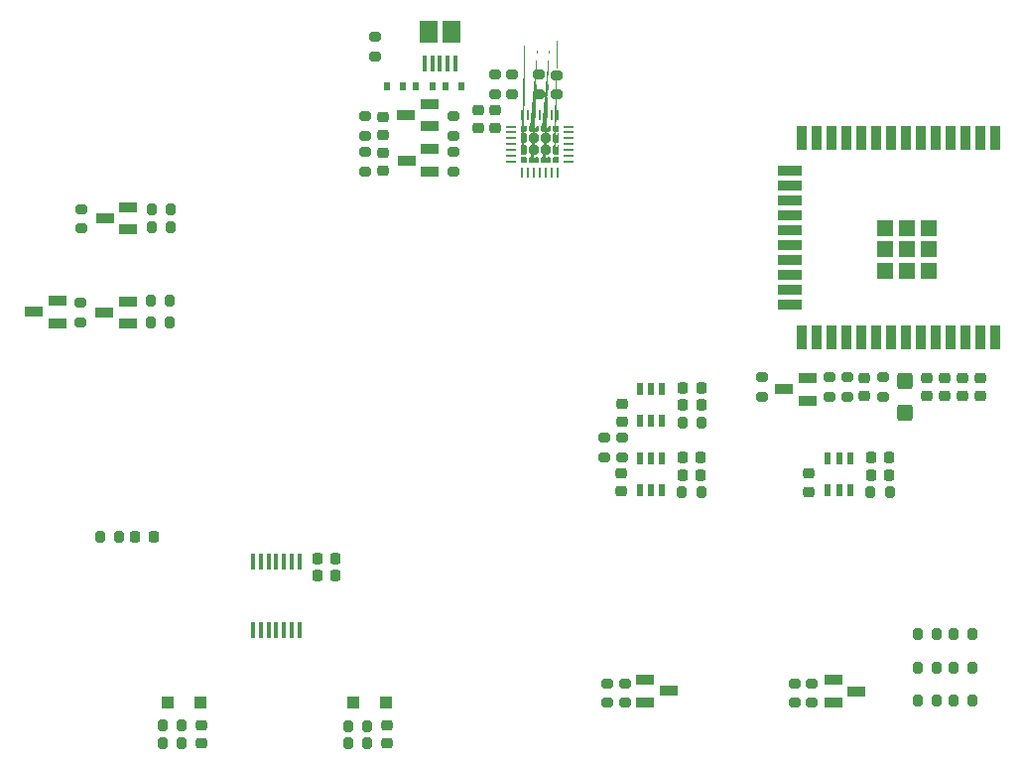
<source format=gbr>
%TF.GenerationSoftware,KiCad,Pcbnew,(6.0.10)*%
%TF.CreationDate,2023-12-11T17:02:30-05:00*%
%TF.ProjectId,Ultrasonic Sound Steering - Remote Rev. A,556c7472-6173-46f6-9e69-6320536f756e,rev?*%
%TF.SameCoordinates,Original*%
%TF.FileFunction,Paste,Bot*%
%TF.FilePolarity,Positive*%
%FSLAX46Y46*%
G04 Gerber Fmt 4.6, Leading zero omitted, Abs format (unit mm)*
G04 Created by KiCad (PCBNEW (6.0.10)) date 2023-12-11 17:02:30*
%MOMM*%
%LPD*%
G01*
G04 APERTURE LIST*
G04 Aperture macros list*
%AMRoundRect*
0 Rectangle with rounded corners*
0 $1 Rounding radius*
0 $2 $3 $4 $5 $6 $7 $8 $9 X,Y pos of 4 corners*
0 Add a 4 corners polygon primitive as box body*
4,1,4,$2,$3,$4,$5,$6,$7,$8,$9,$2,$3,0*
0 Add four circle primitives for the rounded corners*
1,1,$1+$1,$2,$3*
1,1,$1+$1,$4,$5*
1,1,$1+$1,$6,$7*
1,1,$1+$1,$8,$9*
0 Add four rect primitives between the rounded corners*
20,1,$1+$1,$2,$3,$4,$5,0*
20,1,$1+$1,$4,$5,$6,$7,0*
20,1,$1+$1,$6,$7,$8,$9,0*
20,1,$1+$1,$8,$9,$2,$3,0*%
%AMFreePoly0*
4,1,51,0.252459,0.271182,0.254676,0.271776,0.258073,0.270192,0.276402,0.266960,0.290658,0.254997,0.307524,0.247133,0.378144,0.176512,0.381179,0.172177,0.383168,0.171029,0.384451,0.167505,0.395125,0.152260,0.396747,0.133722,0.403112,0.116234,0.403112,-0.186855,0.401159,-0.197929,0.401817,-0.201658,0.399924,-0.204937,0.397971,-0.216011,0.383735,-0.232977,0.372661,-0.252157,
0.365433,-0.254788,0.360489,-0.260680,0.338678,-0.264526,0.317866,-0.272101,-0.317866,-0.272101,-0.328940,-0.270148,-0.332669,-0.270806,-0.335948,-0.268913,-0.347022,-0.266960,-0.363988,-0.252724,-0.383168,-0.241650,-0.385799,-0.234422,-0.391691,-0.229478,-0.395537,-0.207667,-0.403112,-0.186855,-0.403112,0.116234,-0.402193,0.121446,-0.402787,0.123663,-0.401203,0.127060,-0.397971,0.145390,
-0.386008,0.159647,-0.378144,0.176512,-0.307525,0.247132,-0.303189,0.250168,-0.302041,0.252157,-0.298517,0.253440,-0.283273,0.264114,-0.264734,0.265736,-0.247246,0.272101,0.247246,0.272101,0.252459,0.271182,0.252459,0.271182,$1*%
%AMFreePoly1*
4,1,51,0.121446,0.402193,0.123663,0.402787,0.127060,0.401203,0.145390,0.397971,0.159647,0.386008,0.176512,0.378144,0.247132,0.307525,0.250168,0.303189,0.252157,0.302041,0.253440,0.298517,0.264114,0.283273,0.265736,0.264734,0.272101,0.247246,0.272101,-0.247246,0.271182,-0.252459,0.271776,-0.254677,0.270192,-0.258075,0.266960,-0.276402,0.254997,-0.290659,0.247132,-0.307525,
0.176512,-0.378144,0.172177,-0.381179,0.171029,-0.383168,0.167505,-0.384451,0.152260,-0.395125,0.133722,-0.396747,0.116234,-0.403112,-0.186855,-0.403112,-0.197929,-0.401159,-0.201658,-0.401817,-0.204937,-0.399924,-0.216011,-0.397971,-0.232977,-0.383735,-0.252157,-0.372661,-0.254788,-0.365433,-0.260680,-0.360489,-0.264526,-0.338678,-0.272101,-0.317866,-0.272101,0.317866,-0.270148,0.328940,
-0.270806,0.332669,-0.268913,0.335948,-0.266960,0.347022,-0.252724,0.363988,-0.241650,0.383168,-0.234422,0.385799,-0.229478,0.391691,-0.207667,0.395537,-0.186855,0.403112,0.116234,0.403112,0.121446,0.402193,0.121446,0.402193,$1*%
%AMFreePoly2*
4,1,48,0.083774,0.269420,0.092342,0.270777,0.114772,0.259348,0.138717,0.251568,0.143817,0.244549,0.151545,0.240611,0.240611,0.151546,0.244550,0.143816,0.251568,0.138717,0.259348,0.114773,0.270777,0.092342,0.269420,0.083774,0.272101,0.075523,0.272101,-0.164589,0.266839,-0.180784,0.266839,-0.197812,0.256830,-0.211588,0.251568,-0.227783,0.237792,-0.237792,0.227783,-0.251568,
0.211588,-0.256830,0.197812,-0.266839,0.180784,-0.266839,0.164589,-0.272101,-0.164589,-0.272101,-0.180784,-0.266839,-0.197812,-0.266839,-0.211588,-0.256830,-0.227783,-0.251568,-0.237792,-0.237792,-0.251568,-0.227783,-0.256830,-0.211588,-0.266839,-0.197812,-0.266839,-0.180784,-0.272101,-0.164589,-0.272101,0.164589,-0.266839,0.180784,-0.266839,0.197812,-0.256830,0.211588,-0.251568,0.227783,
-0.237792,0.237792,-0.227783,0.251568,-0.211588,0.256830,-0.197812,0.266839,-0.180784,0.266839,-0.164589,0.272101,0.075523,0.272101,0.083774,0.269420,0.083774,0.269420,$1*%
%AMFreePoly3*
4,1,51,0.197929,0.401159,0.201658,0.401817,0.204937,0.399924,0.216011,0.397971,0.232977,0.383735,0.252157,0.372661,0.254788,0.365433,0.260680,0.360489,0.264526,0.338678,0.272101,0.317866,0.272101,-0.317866,0.270148,-0.328940,0.270806,-0.332669,0.268913,-0.335948,0.266960,-0.347022,0.252724,-0.363988,0.241650,-0.383168,0.234422,-0.385799,0.229478,-0.391691,0.207667,-0.395537,
0.186855,-0.403112,-0.116234,-0.403112,-0.121446,-0.402193,-0.123663,-0.402787,-0.127060,-0.401203,-0.145390,-0.397971,-0.159647,-0.386008,-0.176512,-0.378144,-0.247133,-0.307524,-0.250168,-0.303189,-0.252157,-0.302041,-0.253439,-0.298518,-0.264114,-0.283273,-0.265736,-0.264734,-0.272101,-0.247246,-0.272101,0.247246,-0.271182,0.252459,-0.271776,0.254676,-0.270192,0.258073,-0.266960,0.276402,
-0.254997,0.290658,-0.247133,0.307524,-0.176512,0.378144,-0.172177,0.381179,-0.171029,0.383168,-0.167505,0.384451,-0.152260,0.395125,-0.133722,0.396747,-0.116234,0.403112,0.186855,0.403112,0.197929,0.401159,0.197929,0.401159,$1*%
%AMFreePoly4*
4,1,51,0.328940,0.270148,0.332669,0.270806,0.335948,0.268913,0.347022,0.266960,0.363988,0.252724,0.383168,0.241650,0.385799,0.234422,0.391691,0.229478,0.395537,0.207667,0.403112,0.186855,0.403112,-0.116234,0.402193,-0.121446,0.402787,-0.123663,0.401203,-0.127060,0.397971,-0.145390,0.386008,-0.159647,0.378144,-0.176512,0.307524,-0.247133,0.303189,-0.250168,0.302041,-0.252157,
0.298518,-0.253439,0.283273,-0.264114,0.264734,-0.265736,0.247246,-0.272101,-0.247246,-0.272101,-0.252459,-0.271182,-0.254677,-0.271776,-0.258075,-0.270192,-0.276402,-0.266960,-0.290659,-0.254997,-0.307525,-0.247132,-0.378144,-0.176512,-0.381179,-0.172177,-0.383168,-0.171029,-0.384451,-0.167505,-0.395125,-0.152260,-0.396747,-0.133722,-0.403112,-0.116234,-0.403112,0.186855,-0.401159,0.197929,
-0.401817,0.201658,-0.399924,0.204937,-0.397971,0.216011,-0.383735,0.232977,-0.372661,0.252157,-0.365433,0.254788,-0.360489,0.260680,-0.338678,0.264526,-0.317866,0.272101,0.317866,0.272101,0.328940,0.270148,0.328940,0.270148,$1*%
%AMFreePoly5*
4,1,48,0.180784,0.266839,0.197812,0.266839,0.211588,0.256830,0.227783,0.251568,0.237792,0.237792,0.251568,0.227783,0.256830,0.211588,0.266839,0.197812,0.266839,0.180784,0.272101,0.164589,0.272101,-0.164589,0.266839,-0.180784,0.266839,-0.197812,0.256830,-0.211588,0.251568,-0.227783,0.237792,-0.237792,0.227783,-0.251568,0.211588,-0.256830,0.197812,-0.266839,0.180784,-0.266839,
0.164589,-0.272101,-0.075523,-0.272101,-0.083774,-0.269420,-0.092342,-0.270777,-0.114773,-0.259348,-0.138717,-0.251568,-0.143816,-0.244550,-0.151546,-0.240611,-0.240611,-0.151545,-0.244549,-0.143817,-0.251568,-0.138717,-0.259348,-0.114772,-0.270777,-0.092342,-0.269420,-0.083774,-0.272101,-0.075523,-0.272101,0.164589,-0.266839,0.180784,-0.266839,0.197812,-0.256830,0.211588,-0.251568,0.227783,
-0.237792,0.237792,-0.227783,0.251568,-0.211588,0.256830,-0.197812,0.266839,-0.180784,0.266839,-0.164589,0.272101,0.164589,0.272101,0.180784,0.266839,0.180784,0.266839,$1*%
%AMFreePoly6*
4,1,48,0.180784,0.266839,0.197812,0.266839,0.211588,0.256830,0.227783,0.251568,0.237792,0.237792,0.251568,0.227783,0.256830,0.211588,0.266839,0.197812,0.266839,0.180784,0.272101,0.164589,0.272101,-0.075523,0.269420,-0.083774,0.270777,-0.092342,0.259348,-0.114773,0.251568,-0.138717,0.244550,-0.143816,0.240611,-0.151546,0.151545,-0.240611,0.143817,-0.244549,0.138717,-0.251568,
0.114772,-0.259348,0.092342,-0.270777,0.083774,-0.269420,0.075523,-0.272101,-0.164589,-0.272101,-0.180784,-0.266839,-0.197812,-0.266839,-0.211588,-0.256830,-0.227783,-0.251568,-0.237792,-0.237792,-0.251568,-0.227783,-0.256830,-0.211588,-0.266839,-0.197812,-0.266839,-0.180784,-0.272101,-0.164589,-0.272101,0.164589,-0.266839,0.180784,-0.266839,0.197812,-0.256830,0.211588,-0.251568,0.227783,
-0.237792,0.237792,-0.227783,0.251568,-0.211588,0.256830,-0.197812,0.266839,-0.180784,0.266839,-0.164589,0.272101,0.164589,0.272101,0.180784,0.266839,0.180784,0.266839,$1*%
%AMFreePoly7*
4,1,48,0.180784,0.266839,0.197812,0.266839,0.211588,0.256830,0.227783,0.251568,0.237792,0.237792,0.251568,0.227783,0.256830,0.211588,0.266839,0.197812,0.266839,0.180784,0.272101,0.164589,0.272101,-0.164589,0.266839,-0.180784,0.266839,-0.197812,0.256830,-0.211588,0.251568,-0.227783,0.237792,-0.237792,0.227783,-0.251568,0.211588,-0.256830,0.197812,-0.266839,0.180784,-0.266839,
0.164589,-0.272101,-0.164589,-0.272101,-0.180784,-0.266839,-0.197812,-0.266839,-0.211588,-0.256830,-0.227783,-0.251568,-0.237792,-0.237792,-0.251568,-0.227783,-0.256830,-0.211588,-0.266839,-0.197812,-0.266839,-0.180784,-0.272101,-0.164589,-0.272101,0.075523,-0.269420,0.083774,-0.270777,0.092342,-0.259348,0.114772,-0.251568,0.138717,-0.244549,0.143817,-0.240611,0.151545,-0.151546,0.240611,
-0.143816,0.244550,-0.138717,0.251568,-0.114773,0.259348,-0.092342,0.270777,-0.083774,0.269420,-0.075523,0.272101,0.164589,0.272101,0.180784,0.266839,0.180784,0.266839,$1*%
G04 Aperture macros list end*
%ADD10R,0.600000X0.700000*%
%ADD11RoundRect,0.200000X-0.275000X0.200000X-0.275000X-0.200000X0.275000X-0.200000X0.275000X0.200000X0*%
%ADD12RoundRect,0.200000X0.275000X-0.200000X0.275000X0.200000X-0.275000X0.200000X-0.275000X-0.200000X0*%
%ADD13R,1.600200X0.863600*%
%ADD14RoundRect,0.200000X0.200000X0.275000X-0.200000X0.275000X-0.200000X-0.275000X0.200000X-0.275000X0*%
%ADD15RoundRect,0.225000X-0.250000X0.225000X-0.250000X-0.225000X0.250000X-0.225000X0.250000X0.225000X0*%
%ADD16RoundRect,0.200000X-0.200000X-0.275000X0.200000X-0.275000X0.200000X0.275000X-0.200000X0.275000X0*%
%ADD17R,0.355600X1.473200*%
%ADD18R,0.558800X0.977900*%
%ADD19RoundRect,0.250000X-0.425000X0.450000X-0.425000X-0.450000X0.425000X-0.450000X0.425000X0.450000X0*%
%ADD20R,1.100000X1.100000*%
%ADD21R,0.400000X1.350000*%
%ADD22R,1.500000X1.900000*%
%ADD23RoundRect,0.225000X0.250000X-0.225000X0.250000X0.225000X-0.250000X0.225000X-0.250000X-0.225000X0*%
%ADD24R,0.900000X2.000000*%
%ADD25R,2.000000X0.900000*%
%ADD26R,1.330000X1.330000*%
%ADD27RoundRect,0.225000X-0.225000X-0.250000X0.225000X-0.250000X0.225000X0.250000X-0.225000X0.250000X0*%
%ADD28FreePoly0,0.000000*%
%ADD29FreePoly1,0.000000*%
%ADD30RoundRect,0.201557X-0.201556X-0.201556X0.201556X-0.201556X0.201556X0.201556X-0.201556X0.201556X0*%
%ADD31FreePoly2,0.000000*%
%ADD32FreePoly3,0.000000*%
%ADD33FreePoly4,0.000000*%
%ADD34FreePoly5,0.000000*%
%ADD35FreePoly6,0.000000*%
%ADD36FreePoly7,0.000000*%
%ADD37RoundRect,0.062500X-0.337500X-0.062500X0.337500X-0.062500X0.337500X0.062500X-0.337500X0.062500X0*%
%ADD38RoundRect,0.062500X-0.062500X-0.337500X0.062500X-0.337500X0.062500X0.337500X-0.062500X0.337500X0*%
%ADD39RoundRect,0.225000X0.225000X0.250000X-0.225000X0.250000X-0.225000X-0.250000X0.225000X-0.250000X0*%
G04 APERTURE END LIST*
D10*
%TO.C,D11*%
X143420000Y-49550000D03*
X144820000Y-49550000D03*
%TD*%
D11*
%TO.C,R11*%
X161254500Y-100515000D03*
X161254500Y-102165000D03*
%TD*%
D12*
%TO.C,R35*%
X151605000Y-50225000D03*
X151605000Y-48575000D03*
%TD*%
D13*
%TO.C,Q4*%
X118886000Y-59874999D03*
X118886000Y-61775001D03*
X116875000Y-60825000D03*
%TD*%
D14*
%TO.C,R1*%
X118100000Y-88000000D03*
X116450000Y-88000000D03*
%TD*%
D15*
%TO.C,C35*%
X140620000Y-55215000D03*
X140620000Y-56765000D03*
%TD*%
D13*
%TO.C,Q3*%
X179025000Y-102125002D03*
X179025000Y-100225000D03*
X181036000Y-101175001D03*
%TD*%
D14*
%TO.C,R33*%
X123440000Y-105605000D03*
X121790000Y-105605000D03*
%TD*%
D16*
%TO.C,R36*%
X121790000Y-104130000D03*
X123440000Y-104130000D03*
%TD*%
D17*
%TO.C,U5*%
X133455800Y-95921000D03*
X132795400Y-95921000D03*
X132160400Y-95921000D03*
X131500000Y-95921000D03*
X130839600Y-95921000D03*
X130204600Y-95921000D03*
X129544200Y-95921000D03*
X129544200Y-90079000D03*
X130204600Y-90079000D03*
X130839600Y-90079000D03*
X131500000Y-90079000D03*
X132160400Y-90079000D03*
X132795400Y-90079000D03*
X133455800Y-90079000D03*
%TD*%
D12*
%TO.C,R27*%
X139910000Y-47015000D03*
X139910000Y-45365000D03*
%TD*%
D13*
%TO.C,Q8*%
X112820500Y-67875000D03*
X112820500Y-69775002D03*
X110809500Y-68825001D03*
%TD*%
D11*
%TO.C,R31*%
X177165500Y-100525000D03*
X177165500Y-102175000D03*
%TD*%
D18*
%TO.C,U2*%
X164440000Y-78115250D03*
X163489999Y-78115250D03*
X162539998Y-78115250D03*
X162539998Y-75384750D03*
X163489999Y-75384750D03*
X164440000Y-75384750D03*
%TD*%
D11*
%TO.C,R56*%
X114820500Y-68050000D03*
X114820500Y-69700000D03*
%TD*%
D13*
%TO.C,Q6*%
X144615500Y-54939999D03*
X144615500Y-56840001D03*
X142604500Y-55890000D03*
%TD*%
D12*
%TO.C,R12*%
X159779500Y-102155000D03*
X159779500Y-100505000D03*
%TD*%
D11*
%TO.C,R17*%
X172950000Y-74390000D03*
X172950000Y-76040000D03*
%TD*%
D18*
%TO.C,U4*%
X180470001Y-84065250D03*
X179520000Y-84065250D03*
X178569999Y-84065250D03*
X178569999Y-81334750D03*
X179520000Y-81334750D03*
X180470001Y-81334750D03*
%TD*%
D15*
%TO.C,C6*%
X160999999Y-76630000D03*
X160999999Y-78180000D03*
%TD*%
D13*
%TO.C,Q7*%
X118826000Y-67924999D03*
X118826000Y-69825001D03*
X116815000Y-68875000D03*
%TD*%
D11*
%TO.C,R5*%
X160995001Y-79554999D03*
X160995001Y-81204999D03*
%TD*%
%TO.C,R19*%
X180220000Y-74390000D03*
X180220000Y-76040000D03*
%TD*%
D10*
%TO.C,D9*%
X140920000Y-49550000D03*
X142320000Y-49550000D03*
%TD*%
D19*
%TO.C,C39*%
X185110000Y-74680000D03*
X185110000Y-77380000D03*
%TD*%
D14*
%TO.C,R49*%
X122445500Y-69675000D03*
X120795500Y-69675000D03*
%TD*%
D20*
%TO.C,D13*%
X125012500Y-102130000D03*
X122212500Y-102130000D03*
%TD*%
D12*
%TO.C,R44*%
X146590000Y-53775000D03*
X146590000Y-52125000D03*
%TD*%
D14*
%TO.C,R24*%
X139262500Y-105586250D03*
X137612500Y-105586250D03*
%TD*%
%TO.C,R43*%
X122505500Y-60025000D03*
X120855500Y-60025000D03*
%TD*%
D12*
%TO.C,R45*%
X146600000Y-56815000D03*
X146600000Y-55165000D03*
%TD*%
D11*
%TO.C,R47*%
X139090000Y-52135000D03*
X139090000Y-53785000D03*
%TD*%
D21*
%TO.C,J3*%
X144170000Y-47582500D03*
X144820000Y-47582500D03*
X145470000Y-47582500D03*
X146120000Y-47582500D03*
X146770000Y-47582500D03*
D22*
X144470000Y-44882500D03*
X146470000Y-44882500D03*
%TD*%
D23*
%TO.C,C37*%
X186970000Y-75985000D03*
X186970000Y-74435000D03*
%TD*%
D24*
%TO.C,U7*%
X192810000Y-70990000D03*
X191540000Y-70990000D03*
X190270000Y-70990000D03*
X189000000Y-70990000D03*
X187730000Y-70990000D03*
X186460000Y-70990000D03*
X185190000Y-70990000D03*
X183920000Y-70990000D03*
X182650000Y-70990000D03*
X181380000Y-70990000D03*
X180110000Y-70990000D03*
X178840000Y-70990000D03*
X177570000Y-70990000D03*
X176300000Y-70990000D03*
D25*
X175300000Y-68205000D03*
X175300000Y-66935000D03*
X175300000Y-65665000D03*
X175300000Y-64395000D03*
X175300000Y-63125000D03*
X175300000Y-61855000D03*
X175300000Y-60585000D03*
X175300000Y-59315000D03*
X175300000Y-58045000D03*
X175300000Y-56775000D03*
D24*
X176300000Y-53990000D03*
X177570000Y-53990000D03*
X178840000Y-53990000D03*
X180110000Y-53990000D03*
X181380000Y-53990000D03*
X182650000Y-53990000D03*
X183920000Y-53990000D03*
X185190000Y-53990000D03*
X186460000Y-53990000D03*
X187730000Y-53990000D03*
X189000000Y-53990000D03*
X190270000Y-53990000D03*
X191540000Y-53990000D03*
X192810000Y-53990000D03*
D26*
X187145000Y-65325000D03*
X187145000Y-63490000D03*
X187145000Y-61655000D03*
X185310000Y-65325000D03*
X185310000Y-63490000D03*
X185310000Y-61655000D03*
X183475000Y-65325000D03*
X183475000Y-63490000D03*
X183475000Y-61655000D03*
%TD*%
D14*
%TO.C,R50*%
X122445500Y-67875000D03*
X120795500Y-67875000D03*
%TD*%
%TO.C,R42*%
X122505500Y-61625000D03*
X120855500Y-61625000D03*
%TD*%
D27*
%TO.C,C10*%
X166204999Y-76780000D03*
X167754999Y-76780000D03*
%TD*%
D12*
%TO.C,R26*%
X183250000Y-76035000D03*
X183250000Y-74385000D03*
%TD*%
D27*
%TO.C,C1*%
X119475000Y-88000000D03*
X121025000Y-88000000D03*
%TD*%
D14*
%TO.C,R13*%
X187880000Y-96270000D03*
X186230000Y-96270000D03*
%TD*%
%TO.C,R8*%
X190930000Y-99220000D03*
X189280000Y-99220000D03*
%TD*%
%TO.C,R59*%
X187870000Y-101990000D03*
X186220000Y-101990000D03*
%TD*%
D28*
%TO.C,U6*%
X154490000Y-55837500D03*
D29*
X152652500Y-54000000D03*
D30*
X154490000Y-54000000D03*
D31*
X152652500Y-55837500D03*
D32*
X155327500Y-54000000D03*
D30*
X153490000Y-55000000D03*
D29*
X152652500Y-55000000D03*
D33*
X154490000Y-53162500D03*
D34*
X155327500Y-53162500D03*
D33*
X153490000Y-53162500D03*
D32*
X155327500Y-55000000D03*
D28*
X153490000Y-55837500D03*
D35*
X152652500Y-53162500D03*
D36*
X155327500Y-55837500D03*
D30*
X154490000Y-55000000D03*
X153490000Y-54000000D03*
D37*
X151540000Y-56000000D03*
X151540000Y-55500000D03*
X151540000Y-55000000D03*
X151540000Y-54500000D03*
X151540000Y-54000000D03*
X151540000Y-53500000D03*
X151540000Y-53000000D03*
D38*
X152490000Y-52050000D03*
X152990000Y-52050000D03*
X153490000Y-52050000D03*
X153990000Y-52050000D03*
X154490000Y-52050000D03*
X154990000Y-52050000D03*
X155490000Y-52050000D03*
D37*
X156440000Y-53000000D03*
X156440000Y-53500000D03*
X156440000Y-54000000D03*
X156440000Y-54500000D03*
X156440000Y-55000000D03*
X156440000Y-55500000D03*
X156440000Y-56000000D03*
D38*
X155490000Y-56950000D03*
X154990000Y-56950000D03*
X154490000Y-56950000D03*
X153990000Y-56950000D03*
X153490000Y-56950000D03*
X152990000Y-56950000D03*
X152490000Y-56950000D03*
%TD*%
D27*
%TO.C,C20*%
X182265000Y-81270000D03*
X183815000Y-81270000D03*
%TD*%
D16*
%TO.C,R6*%
X166115000Y-84190000D03*
X167765000Y-84190000D03*
%TD*%
D12*
%TO.C,R37*%
X150155000Y-50225000D03*
X150155000Y-48575000D03*
%TD*%
D27*
%TO.C,C19*%
X182265000Y-82730000D03*
X183815000Y-82730000D03*
%TD*%
D14*
%TO.C,R40*%
X190930000Y-101990000D03*
X189280000Y-101990000D03*
%TD*%
D12*
%TO.C,R46*%
X114850000Y-61675000D03*
X114850000Y-60025000D03*
%TD*%
D15*
%TO.C,C27*%
X140927500Y-104086250D03*
X140927500Y-105636250D03*
%TD*%
D12*
%TO.C,R41*%
X155400000Y-50245000D03*
X155400000Y-48595000D03*
%TD*%
D10*
%TO.C,D10*%
X147320000Y-49550000D03*
X145920000Y-49550000D03*
%TD*%
D13*
%TO.C,Q1*%
X162984500Y-102110001D03*
X162984500Y-100209999D03*
X164995500Y-101160000D03*
%TD*%
D14*
%TO.C,R57*%
X187875000Y-99220000D03*
X186225000Y-99220000D03*
%TD*%
D23*
%TO.C,C26*%
X181710000Y-75985000D03*
X181710000Y-74435000D03*
%TD*%
D16*
%TO.C,R16*%
X182215000Y-84190000D03*
X183865000Y-84190000D03*
%TD*%
D15*
%TO.C,C31*%
X150160000Y-51580000D03*
X150160000Y-53130000D03*
%TD*%
%TO.C,C38*%
X140620000Y-52185000D03*
X140620000Y-53735000D03*
%TD*%
D12*
%TO.C,R18*%
X178740000Y-76040000D03*
X178740000Y-74390000D03*
%TD*%
D27*
%TO.C,C11*%
X166209999Y-75320000D03*
X167759999Y-75320000D03*
%TD*%
D23*
%TO.C,C36*%
X188500000Y-75985000D03*
X188500000Y-74435000D03*
%TD*%
D14*
%TO.C,R58*%
X190931831Y-96270000D03*
X189281831Y-96270000D03*
%TD*%
D18*
%TO.C,U1*%
X164440001Y-84060001D03*
X163490000Y-84060001D03*
X162539999Y-84060001D03*
X162539999Y-81329501D03*
X163490000Y-81329501D03*
X164440001Y-81329501D03*
%TD*%
D15*
%TO.C,C29*%
X148700000Y-51580000D03*
X148700000Y-53130000D03*
%TD*%
D12*
%TO.C,R29*%
X175705500Y-102175000D03*
X175705500Y-100525000D03*
%TD*%
D15*
%TO.C,C32*%
X125090000Y-104080000D03*
X125090000Y-105630000D03*
%TD*%
D12*
%TO.C,R4*%
X159525001Y-81194999D03*
X159525001Y-79544999D03*
%TD*%
D23*
%TO.C,C33*%
X191557500Y-75980000D03*
X191557500Y-74430000D03*
%TD*%
D11*
%TO.C,R48*%
X139090000Y-55180000D03*
X139090000Y-56830000D03*
%TD*%
D16*
%TO.C,R7*%
X166155000Y-78240000D03*
X167805000Y-78240000D03*
%TD*%
D13*
%TO.C,Q2*%
X176836000Y-74464998D03*
X176836000Y-76365000D03*
X174825000Y-75414999D03*
%TD*%
D27*
%TO.C,C9*%
X166165001Y-81270001D03*
X167715001Y-81270001D03*
%TD*%
D13*
%TO.C,Q5*%
X144605500Y-51069999D03*
X144605500Y-52970001D03*
X142594500Y-52020000D03*
%TD*%
D15*
%TO.C,C18*%
X176920000Y-82625000D03*
X176920000Y-84175000D03*
%TD*%
D11*
%TO.C,R39*%
X153940000Y-48590000D03*
X153940000Y-50240000D03*
%TD*%
D23*
%TO.C,C34*%
X190027500Y-75990000D03*
X190027500Y-74440000D03*
%TD*%
D27*
%TO.C,C8*%
X166165001Y-82730001D03*
X167715001Y-82730001D03*
%TD*%
D15*
%TO.C,C3*%
X160970000Y-82589501D03*
X160970000Y-84139501D03*
%TD*%
D16*
%TO.C,R25*%
X137627500Y-104136250D03*
X139277500Y-104136250D03*
%TD*%
D20*
%TO.C,D7*%
X140850000Y-102121250D03*
X138050000Y-102121250D03*
%TD*%
D39*
%TO.C,C21*%
X136535000Y-91330000D03*
X134985000Y-91330000D03*
%TD*%
D27*
%TO.C,C22*%
X134985000Y-89850000D03*
X136535000Y-89850000D03*
%TD*%
M02*

</source>
